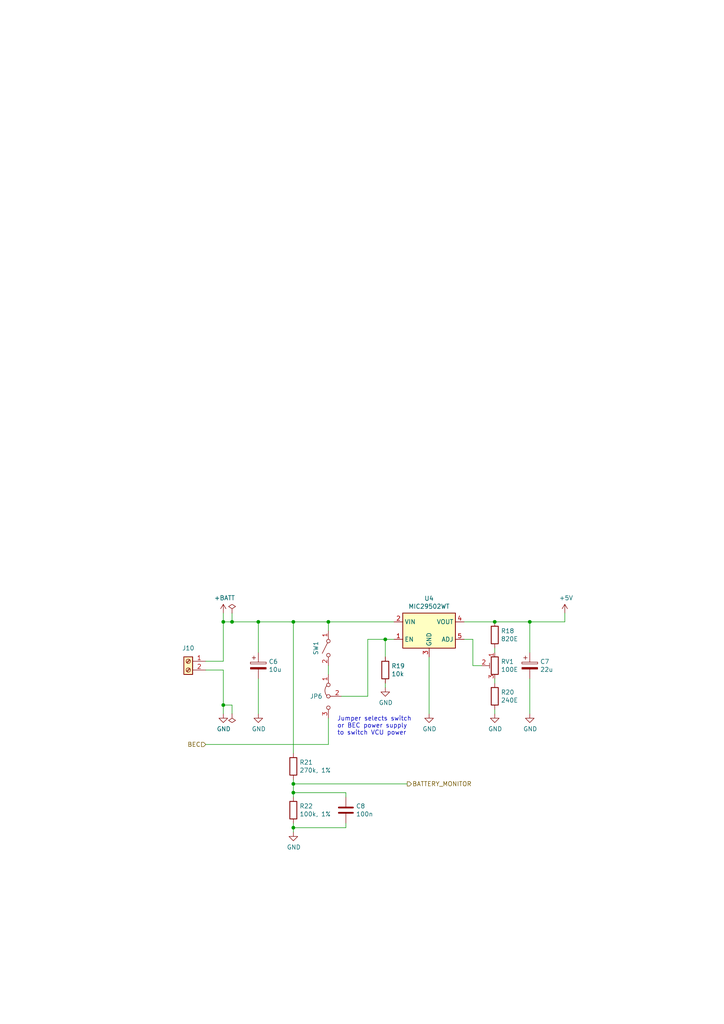
<source format=kicad_sch>
(kicad_sch (version 20211123) (generator eeschema)
  (paper "A4" portrait)
  (title_block (title "Earth Rover") (date "2020-08-05") (rev "9") (company "Vijfendertig BVBA") (comment 1 "Maarten De Munck") (comment 2 "Vehicle Control Unit") (comment 3 "Power supply"))
  (lib_symbols
    (symbol "Connector:Screw_Terminal_01x02" (pin_names (offset 1.016) hide)
      (property "Reference" "J" (at 0 2.54 0))
      (property "Value" "Screw_Terminal_01x02" (at 0 -5.08 0))
      (symbol "Screw_Terminal_01x02_1_1"
        (rectangle (start -1.27 1.27) (end 1.27 -3.81) (stroke (width 0.254)) (fill (type background)))
        (circle (center 0 -2.54) (radius 0.635) (stroke (width 0.1524)))
        (polyline (pts (xy -0.5334 -2.2098) (xy 0.3302 -3.048)) (stroke (width 0.1524)))
        (polyline (pts (xy -0.5334 0.3302) (xy 0.3302 -0.508)) (stroke (width 0.1524)))
        (polyline (pts (xy -0.3556 -2.032) (xy 0.508 -2.8702)) (stroke (width 0.1524)))
        (polyline (pts (xy -0.3556 0.508) (xy 0.508 -0.3302)) (stroke (width 0.1524)))
        (circle (center 0 0) (radius 0.635) (stroke (width 0.1524)))
        (pin passive line (at -5.08 0 0) (length 3.81) (name "Pin_1") (number "1"))
        (pin passive line (at -5.08 -2.54 0) (length 3.81) (name "Pin_2") (number "2"))
      )
    )
    (symbol "Device:C" (pin_numbers hide) (pin_names (offset 0.254))
      (property "Reference" "C" (at 0.635 2.54 0))
      (property "Value" "C" (at 0.635 -2.54 0))
      (symbol "C_0_1"
        (polyline (pts (xy -2.032 -0.762) (xy 2.032 -0.762)) (stroke (width 0.508)))
        (polyline (pts (xy -2.032 0.762) (xy 2.032 0.762)) (stroke (width 0.508)))
      )
      (symbol "C_1_1"
        (pin passive line (at 0 3.81 270) (length 2.794) (name "~") (number "1"))
        (pin passive line (at 0 -3.81 90) (length 2.794) (name "~") (number "2"))
      )
    )
    (symbol "Device:C_Polarized" (pin_numbers hide) (pin_names (offset 0.254))
      (property "Reference" "C" (at 0.635 2.54 0))
      (property "Value" "C_Polarized" (at 0.635 -2.54 0))
      (symbol "C_Polarized_0_1"
        (rectangle (start -2.286 0.508) (end 2.286 1.016))
        (polyline (pts (xy -1.778 2.286) (xy -0.762 2.286)))
        (polyline (pts (xy -1.27 2.794) (xy -1.27 1.778)))
        (rectangle (start 2.286 -0.508) (end -2.286 -1.016) (fill (type outline)))
      )
      (symbol "C_Polarized_1_1"
        (pin passive line (at 0 3.81 270) (length 2.794) (name "~") (number "1"))
        (pin passive line (at 0 -3.81 90) (length 2.794) (name "~") (number "2"))
      )
    )
    (symbol "Device:R" (pin_numbers hide) (pin_names (offset 0))
      (property "Reference" "R" (at 2.032 0 90))
      (property "Value" "R" (at 0 0 90))
      (symbol "R_0_1"
        (rectangle (start -1.016 -2.54) (end 1.016 2.54) (stroke (width 0.254)))
      )
      (symbol "R_1_1"
        (pin passive line (at 0 3.81 270) (length 1.27) (name "~") (number "1"))
        (pin passive line (at 0 -3.81 90) (length 1.27) (name "~") (number "2"))
      )
    )
    (symbol "Device:R_Potentiometer_Trim" (pin_names (offset 1.016) hide)
      (property "Reference" "RV" (at -4.445 0 90))
      (property "Value" "R_Potentiometer_Trim" (at -2.54 0 90))
      (symbol "R_Potentiometer_Trim_0_1"
        (polyline (pts (xy 1.524 0.762) (xy 1.524 -0.762)))
        (polyline (pts (xy 2.54 0) (xy 1.524 0)))
        (rectangle (start 1.016 2.54) (end -1.016 -2.54) (stroke (width 0.254)))
      )
      (symbol "R_Potentiometer_Trim_1_1"
        (pin passive line (at 0 3.81 270) (length 1.27) (name "1") (number "1"))
        (pin passive line (at 3.81 0 180) (length 1.27) (name "2") (number "2"))
        (pin passive line (at 0 -3.81 90) (length 1.27) (name "3") (number "3"))
      )
    )
    (symbol "Regulator_Linear:MIC29502WT"
      (property "Reference" "U" (at -6.35 6.35 0))
      (property "Value" "MIC29502WT" (at 2.54 6.35 0))
      (symbol "MIC29502WT_1_1"
        (rectangle (start -7.62 5.08) (end 7.62 -5.08) (stroke (width 0.254)) (fill (type background)))
        (pin input line (at -10.16 -2.54 0) (length 2.54) (name "EN") (number "1"))
        (pin power_in line (at -10.16 2.54 0) (length 2.54) (name "VIN") (number "2"))
        (pin power_in line (at 0 -7.62 90) (length 2.54) (name "GND") (number "3"))
        (pin power_out line (at 10.16 2.54 180) (length 2.54) (name "VOUT") (number "4"))
        (pin input line (at 10.16 -2.54 180) (length 2.54) (name "ADJ") (number "5"))
      )
    )
    (symbol "Switch:SW_SPST" (pin_names (offset 0) hide)
      (property "Reference" "SW" (at 0 3.175 0))
      (property "Value" "SW_SPST" (at 0 -2.54 0))
      (symbol "SW_SPST_0_0"
        (circle (center -2.032 0) (radius 0.508))
        (polyline (pts (xy -1.524 0.254) (xy 1.524 1.778)))
        (circle (center 2.032 0) (radius 0.508))
      )
      (symbol "SW_SPST_1_1"
        (pin passive line (at -5.08 0 0) (length 2.54) (name "A") (number "1"))
        (pin passive line (at 5.08 0 180) (length 2.54) (name "B") (number "2"))
      )
    )
    (symbol "earth-rover-symbols:Jumper_3_Bridged12" (pin_names (offset 0) hide)
      (property "Reference" "JP" (at -2.54 -2.54 0))
      (property "Value" "Jumper_3_Bridged12" (at 0 2.794 0))
      (symbol "Jumper_3_Bridged12_0_0"
        (circle (center -3.302 0) (radius 0.508))
        (circle (center 0 0) (radius 0.508))
        (circle (center 3.302 0) (radius 0.508))
      )
      (symbol "Jumper_3_Bridged12_0_1"
        (arc (start -0.254 0.508) (mid -1.651 0.9912) (end -3.048 0.508))
        (polyline (pts (xy 0 -1.27) (xy 0 -0.508)))
      )
      (symbol "Jumper_3_Bridged12_1_1"
        (pin passive line (at -6.35 0 0) (length 2.54) (name "A") (number "1"))
        (pin passive line (at 0 -3.81 90) (length 2.54) (name "C") (number "2"))
        (pin passive line (at 6.35 0 180) (length 2.54) (name "B") (number "3"))
      )
    )
    (symbol "power:+5V" (power) (pin_names (offset 0))
      (property "Value" "+5V" (at 0 3.556 0))
      (symbol "+5V_0_1"
        (polyline (pts (xy -0.762 1.27) (xy 0 2.54)))
        (polyline (pts (xy 0 0) (xy 0 2.54)))
        (polyline (pts (xy 0 2.54) (xy 0.762 1.27)))
      )
      (symbol "+5V_1_1"
        (pin power_in line (at 0 0 90) (length 0) hide (name "+5V") (number "1"))
      )
    )
    (symbol "power:+BATT" (power) (pin_names (offset 0))
      (property "Value" "+BATT" (at 0 3.556 0))
      (symbol "+BATT_0_1"
        (polyline (pts (xy -0.762 1.27) (xy 0 2.54)))
        (polyline (pts (xy 0 0) (xy 0 2.54)))
        (polyline (pts (xy 0 2.54) (xy 0.762 1.27)))
      )
      (symbol "+BATT_1_1"
        (pin power_in line (at 0 0 90) (length 0) hide (name "+BATT") (number "1"))
      )
    )
    (symbol "power:GND" (power) (pin_names (offset 0))
      (property "Value" "GND" (at 0 -3.81 0))
      (symbol "GND_0_1"
        (polyline (pts (xy 0 0) (xy 0 -1.27) (xy 1.27 -1.27) (xy 0 -2.54) (xy -1.27 -1.27) (xy 0 -1.27)))
      )
      (symbol "GND_1_1"
        (pin power_in line (at 0 0 270) (length 0) hide (name "GND") (number "1"))
      )
    )
    (symbol "power:PWR_FLAG" (power) (pin_numbers hide) (pin_names (offset 0) hide)
      (property "Value" "PWR_FLAG" (at 0 3.81 0))
      (symbol "PWR_FLAG_0_0"
        (pin power_out line (at 0 0 90) (length 0) (name "pwr") (number "1"))
      )
      (symbol "PWR_FLAG_0_1"
        (polyline (pts (xy 0 0) (xy 0 1.27) (xy -1.016 1.905) (xy 0 2.54) (xy 1.016 1.905) (xy 0 1.27)))
      )
    )
  )
  (junction (at 85.09 227.33))
  (junction (at 64.77 204.47))
  (junction (at 143.51 180.34))
  (junction (at 153.67 180.34))
  (junction (at 74.93 180.34))
  (junction (at 85.09 180.34))
  (junction (at 85.09 229.87))
  (junction (at 95.25 180.34))
  (junction (at 111.76 185.42))
  (junction (at 85.09 240.03))
  (junction (at 64.77 180.34))
  (junction (at 67.31 180.34))
  (wire (pts (xy 64.77 204.47) (xy 64.77 207.01)))
  (wire (pts (xy 85.09 227.33) (xy 85.09 229.87)))
  (wire (pts (xy 137.16 185.42) (xy 137.16 193.04)))
  (wire (pts (xy 153.67 180.34) (xy 143.51 180.34)))
  (wire (pts (xy 111.76 185.42) (xy 114.3 185.42)))
  (wire (pts (xy 85.09 227.33) (xy 118.11 227.33)))
  (wire (pts (xy 67.31 177.8) (xy 67.31 180.34)))
  (wire (pts (xy 59.69 215.9) (xy 95.25 215.9)))
  (wire (pts (xy 64.77 191.77) (xy 64.77 180.34)))
  (wire (pts (xy 111.76 199.39) (xy 111.76 198.12)))
  (wire (pts (xy 95.25 182.88) (xy 95.25 180.34)))
  (wire (pts (xy 67.31 207.01) (xy 67.31 204.47)))
  (wire (pts (xy 153.67 189.23) (xy 153.67 180.34)))
  (wire (pts (xy 74.93 189.23) (xy 74.93 180.34)))
  (wire (pts (xy 134.62 185.42) (xy 137.16 185.42)))
  (wire (pts (xy 85.09 241.3) (xy 85.09 240.03)))
  (wire (pts (xy 59.69 191.77) (xy 64.77 191.77)))
  (wire (pts (xy 67.31 204.47) (xy 64.77 204.47)))
  (wire (pts (xy 111.76 190.5) (xy 111.76 185.42)))
  (wire (pts (xy 85.09 229.87) (xy 100.33 229.87)))
  (wire (pts (xy 67.31 180.34) (xy 74.93 180.34)))
  (wire (pts (xy 143.51 207.01) (xy 143.51 205.74)))
  (wire (pts (xy 74.93 207.01) (xy 74.93 196.85)))
  (wire (pts (xy 85.09 218.44) (xy 85.09 180.34)))
  (wire (pts (xy 106.68 185.42) (xy 111.76 185.42)))
  (wire (pts (xy 124.46 207.01) (xy 124.46 190.5)))
  (wire (pts (xy 85.09 240.03) (xy 100.33 240.03)))
  (wire (pts (xy 95.25 180.34) (xy 114.3 180.34)))
  (wire (pts (xy 134.62 180.34) (xy 143.51 180.34)))
  (wire (pts (xy 163.83 180.34) (xy 153.67 180.34)))
  (wire (pts (xy 100.33 240.03) (xy 100.33 238.76)))
  (wire (pts (xy 153.67 207.01) (xy 153.67 196.85)))
  (wire (pts (xy 143.51 198.12) (xy 143.51 196.85)))
  (wire (pts (xy 143.51 189.23) (xy 143.51 187.96)))
  (wire (pts (xy 64.77 177.8) (xy 64.77 180.34)))
  (wire (pts (xy 85.09 231.14) (xy 85.09 229.87)))
  (wire (pts (xy 64.77 194.31) (xy 64.77 204.47)))
  (wire (pts (xy 59.69 194.31) (xy 64.77 194.31)))
  (wire (pts (xy 85.09 180.34) (xy 95.25 180.34)))
  (wire (pts (xy 100.33 229.87) (xy 100.33 231.14)))
  (wire (pts (xy 95.25 215.9) (xy 95.25 208.28)))
  (wire (pts (xy 99.06 201.93) (xy 106.68 201.93)))
  (wire (pts (xy 163.83 177.8) (xy 163.83 180.34)))
  (wire (pts (xy 106.68 201.93) (xy 106.68 185.42)))
  (wire (pts (xy 74.93 180.34) (xy 85.09 180.34)))
  (wire (pts (xy 137.16 193.04) (xy 139.7 193.04)))
  (wire (pts (xy 85.09 240.03) (xy 85.09 238.76)))
  (wire (pts (xy 95.25 193.04) (xy 95.25 195.58)))
  (wire (pts (xy 64.77 180.34) (xy 67.31 180.34)))
  (wire (pts (xy 85.09 226.06) (xy 85.09 227.33)))
  (text "Jumper selects switch\nor BEC power supply\nto switch VCU power" (at 97.79 213.36 0) (effects (font (size 1.27 1.27)) (justify left bottom)))
  (hierarchical_label "BEC" (shape input) (at 59.69 215.9 180))
  (hierarchical_label "BATTERY_MONITOR" (shape output) (at 118.11 227.33 0))
  (symbol (lib_id "Device:R") (at 85.09 222.25 0) (unit 1)
    (property "Reference" "R21" (at 86.868 221.0816 0) (effects (justify left)))
    (property "Value" "270k, 1%" (at 86.868 223.393 0) (effects (justify left)))
    (property "Footprint" "Resistor_THT:R_Axial_DIN0207_L6.3mm_D2.5mm_P10.16mm_Horizontal" (effects hide))
  )
  (symbol (lib_id "Device:R") (at 85.09 234.95 0) (unit 1)
    (property "Reference" "R22" (at 86.868 233.7816 0) (effects (justify left)))
    (property "Value" "100k, 1%" (at 86.868 236.093 0) (effects (justify left)))
    (property "Footprint" "Resistor_THT:R_Axial_DIN0207_L6.3mm_D2.5mm_P10.16mm_Horizontal" (effects hide))
  )
  (symbol (lib_id "Device:C") (at 100.33 234.95 0) (unit 1)
    (property "Reference" "C8" (at 103.251 233.7816 0) (effects (justify left)))
    (property "Value" "100n" (at 103.251 236.093 0) (effects (justify left)))
    (property "Footprint" "Capacitor_THT:C_Disc_D5.0mm_W2.5mm_P5.00mm" (effects hide))
  )
  (symbol (lib_id "power:GND") (at 85.09 241.3 0) (unit 1)
    (property "Reference" "#PWR044" (effects hide))
    (property "Value" "GND" (at 85.217 245.6942 0))
  )
  (symbol (lib_id "Device:R") (at 111.76 194.31 0) (unit 1)
    (property "Reference" "R19" (at 113.538 193.1416 0) (effects (justify left)))
    (property "Value" "10k" (at 113.538 195.453 0) (effects (justify left)))
    (property "Footprint" "Resistor_THT:R_Axial_DIN0207_L6.3mm_D2.5mm_P10.16mm_Horizontal" (effects hide))
  )
  (symbol (lib_id "power:GND") (at 111.76 199.39 0) (unit 1)
    (property "Reference" "#PWR038" (effects hide))
    (property "Value" "GND" (at 111.887 203.7842 0))
  )
  (symbol (lib_id "Regulator_Linear:MIC29502WT") (at 124.46 182.88 0) (unit 1)
    (property "Reference" "U4" (at 124.46 173.5582 0))
    (property "Value" "MIC29502WT" (at 124.46 175.8696 0))
    (property "Footprint" "Package_TO_SOT_THT:TO-220-5_P3.4x3.8mm_StaggerEven_Lead7.13mm_TabDown" (effects hide))
    (property "Datasheet" "http://ww1.microchip.com/downloads/en/devicedoc/20005685a.pdf" (effects hide))
  )
  (symbol (lib_id "Device:R") (at 143.51 184.15 0) (unit 1)
    (property "Reference" "R18" (at 145.288 182.9816 0) (effects (justify left)))
    (property "Value" "820E" (at 145.288 185.293 0) (effects (justify left)))
    (property "Footprint" "Resistor_THT:R_Axial_DIN0207_L6.3mm_D2.5mm_P10.16mm_Horizontal" (effects hide))
  )
  (symbol (lib_id "Device:R") (at 143.51 201.93 0) (unit 1)
    (property "Reference" "R20" (at 145.288 200.7616 0) (effects (justify left)))
    (property "Value" "240E" (at 145.288 203.073 0) (effects (justify left)))
    (property "Footprint" "Resistor_THT:R_Axial_DIN0207_L6.3mm_D2.5mm_P10.16mm_Horizontal" (effects hide))
  )
  (symbol (lib_id "Device:R_Potentiometer_Trim") (at 143.51 193.04 0) (mirror y) (unit 1)
    (property "Reference" "RV1" (at 145.288 191.8716 0) (effects (justify right)))
    (property "Value" "100E" (at 145.288 194.183 0) (effects (justify right)))
    (property "Footprint" "Potentiometer_THT:Potentiometer_Bourns_3296W_Vertical" (effects hide))
  )
  (symbol (lib_id "power:GND") (at 143.51 207.01 0) (unit 1)
    (property "Reference" "#PWR042" (effects hide))
    (property "Value" "GND" (at 143.637 211.4042 0))
  )
  (symbol (lib_id "power:GND") (at 124.46 207.01 0) (unit 1)
    (property "Reference" "#PWR041" (effects hide))
    (property "Value" "GND" (at 124.587 211.4042 0))
  )
  (symbol (lib_id "power:GND") (at 74.93 207.01 0) (unit 1)
    (property "Reference" "#PWR040" (effects hide))
    (property "Value" "GND" (at 75.057 211.4042 0))
  )
  (symbol (lib_id "Device:C_Polarized") (at 74.93 193.04 0) (unit 1)
    (property "Reference" "C6" (at 77.9272 191.8716 0) (effects (justify left)))
    (property "Value" "10u" (at 77.9272 194.183 0) (effects (justify left)))
    (property "Footprint" "Capacitor_THT:CP_Radial_D5.0mm_P2.50mm" (effects hide))
  )
  (symbol (lib_id "Device:C_Polarized") (at 153.67 193.04 0) (unit 1)
    (property "Reference" "C7" (at 156.6672 191.8716 0) (effects (justify left)))
    (property "Value" "22u" (at 156.6672 194.183 0) (effects (justify left)))
    (property "Footprint" "Capacitor_THT:CP_Radial_D5.0mm_P2.50mm" (effects hide))
  )
  (symbol (lib_id "power:+BATT") (at 64.77 177.8 0) (unit 1)
    (property "Reference" "#PWR036" (effects hide))
    (property "Value" "+BATT" (at 65.151 173.4058 0))
  )
  (symbol (lib_id "Connector:Screw_Terminal_01x02") (at 54.61 191.77 0) (mirror y) (unit 1)
    (property "Reference" "J10" (at 54.61 187.96 0))
    (property "Value" "Connector:Screw_Terminal_01x02" (effects hide))
    (property "Footprint" "TerminalBlock:TerminalBlock_bornier-2_P5.08mm" (effects hide))
  )
  (symbol (lib_id "power:GND") (at 64.77 207.01 0) (unit 1)
    (property "Reference" "#PWR039" (effects hide))
    (property "Value" "GND" (at 64.897 211.4042 0))
  )
  (symbol (lib_id "power:+5V") (at 163.83 177.8 0) (unit 1)
    (property "Reference" "#PWR037" (effects hide))
    (property "Value" "+5V" (at 164.211 173.4058 0))
  )
  (symbol (lib_id "power:PWR_FLAG") (at 67.31 177.8 0) (unit 1)
    (property "Reference" "#FLG01" (effects hide))
    (property "Value" "PWR_FLAG" (effects hide))
  )
  (symbol (lib_id "power:PWR_FLAG") (at 67.31 207.01 0) (mirror x) (unit 1)
    (property "Reference" "#FLG02" (effects hide))
    (property "Value" "PWR_FLAG" (effects hide))
  )
  (symbol (lib_id "earth-rover-symbols:Jumper_3_Bridged12") (at 95.25 201.93 90) (mirror x) (unit 1)
    (property "Reference" "JP6" (at 93.5482 201.93 90) (effects (justify left)))
    (property "Value" "Jumper_3_Bridged12" (effects hide))
    (property "Footprint" "Connector_PinHeader_2.54mm:PinHeader_1x03_P2.54mm_Vertical" (effects hide))
  )
  (symbol (lib_id "Switch:SW_SPST") (at 95.25 187.96 90) (mirror x) (unit 1)
    (property "Reference" "SW1" (at 91.6178 187.96 0))
    (property "Value" "SW_SPST" (effects hide))
    (property "Footprint" "Connector_PinHeader_2.54mm:PinHeader_1x02_P2.54mm_Horizontal" (effects hide))
  )
  (symbol (lib_id "power:GND") (at 153.67 207.01 0) (unit 1)
    (property "Reference" "#PWR043" (effects hide))
    (property "Value" "GND" (at 153.797 211.4042 0))
  )
)
</source>
